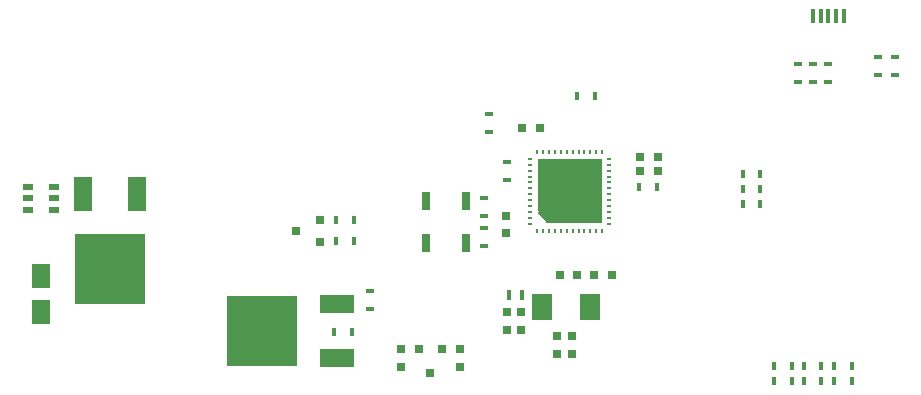
<source format=gbr>
G04 #@! TF.FileFunction,Paste,Top*
%FSLAX46Y46*%
G04 Gerber Fmt 4.6, Leading zero omitted, Abs format (unit mm)*
G04 Created by KiCad (PCBNEW 4.0.1-3.201512221402+6198~38~ubuntu15.04.1-stable) date Sun 03 Jan 2016 10:59:58 AM EST*
%MOMM*%
G01*
G04 APERTURE LIST*
%ADD10C,0.100000*%
%ADD11R,4.700000X1.100000*%
%ADD12R,0.200000X0.450000*%
%ADD13R,0.450000X0.200000*%
%ADD14R,5.500000X4.500000*%
%ADD15R,1.500200X2.099640*%
%ADD16R,0.650000X0.700000*%
%ADD17R,0.700000X0.650000*%
%ADD18R,0.298780X1.248740*%
%ADD19R,0.700100X0.700100*%
%ADD20R,2.948000X1.551000*%
%ADD21R,5.996000X5.996000*%
%ADD22R,1.551000X2.948000*%
%ADD23R,0.400000X0.800000*%
%ADD24R,0.800000X0.400000*%
%ADD25R,0.700100X1.601800*%
%ADD26R,0.960000X0.550000*%
%ADD27R,0.400000X0.900000*%
%ADD28R,1.799920X2.300300*%
G04 APERTURE END LIST*
D10*
G36*
X144550000Y-121200001D02*
X144550000Y-121199999D01*
X145450000Y-120300001D01*
X145450000Y-122099999D01*
X144550000Y-121200001D01*
X144550000Y-121200001D01*
G37*
D11*
X147700000Y-121600000D03*
D12*
X144550000Y-122750000D03*
D13*
X150650000Y-122150000D03*
D12*
X150050000Y-116050000D03*
D13*
X143950000Y-116650000D03*
D14*
X147300000Y-118900000D03*
D12*
X145050000Y-122750000D03*
X145550000Y-122750000D03*
X146050000Y-122750000D03*
X146550000Y-122750000D03*
X147050000Y-122750000D03*
X147550000Y-122750000D03*
X148050000Y-122750000D03*
X148550000Y-122750000D03*
X149050000Y-122750000D03*
X149550000Y-122750000D03*
X150050000Y-122750000D03*
D13*
X150650000Y-121650000D03*
X150650000Y-121150000D03*
X150650000Y-120650000D03*
X150650000Y-120150000D03*
X150650000Y-119650000D03*
X150650000Y-119150000D03*
X150650000Y-118650000D03*
X150650000Y-118150000D03*
X150650000Y-117650000D03*
X150650000Y-117150000D03*
X150650000Y-116650000D03*
D12*
X149550000Y-116050000D03*
X149050000Y-116050000D03*
X148550000Y-116050000D03*
X148050000Y-116050000D03*
X147550000Y-116050000D03*
X147050000Y-116050000D03*
X146550000Y-116050000D03*
X146050000Y-116050000D03*
X145550000Y-116050000D03*
X145050000Y-116050000D03*
X144550000Y-116050000D03*
D13*
X143950000Y-117150000D03*
X143950000Y-117650000D03*
X143950000Y-118150000D03*
X143950000Y-118650000D03*
X143950000Y-119150000D03*
X143950000Y-119650000D03*
X143950000Y-120150000D03*
X143950000Y-120650000D03*
X143950000Y-121150000D03*
X143950000Y-121650000D03*
X143950000Y-122150000D03*
D15*
X102500000Y-126598860D03*
X102500000Y-129601140D03*
D16*
X133000000Y-132750000D03*
X133000000Y-134250000D03*
X138000000Y-132750000D03*
X138000000Y-134250000D03*
D17*
X154750000Y-117700000D03*
X153250000Y-117700000D03*
X147950000Y-126500000D03*
X146450000Y-126500000D03*
D16*
X141900000Y-121450000D03*
X141900000Y-122950000D03*
D17*
X149350000Y-126500000D03*
X150850000Y-126500000D03*
X144750000Y-114000000D03*
X143250000Y-114000000D03*
D16*
X142000000Y-131150000D03*
X142000000Y-129650000D03*
X143200000Y-131150000D03*
X143200000Y-129650000D03*
X146200000Y-133150000D03*
X146200000Y-131650000D03*
X147500000Y-133150000D03*
X147500000Y-131650000D03*
D18*
X170500480Y-104600000D03*
X169850240Y-104600000D03*
X169200000Y-104600000D03*
X168549760Y-104600000D03*
X167899520Y-104600000D03*
D19*
X126150760Y-123700000D03*
X126150760Y-121800000D03*
X124151780Y-122750000D03*
D20*
X127600000Y-133486000D03*
D21*
X121250000Y-131200000D03*
D20*
X127600000Y-128914000D03*
D22*
X110686000Y-119600000D03*
D21*
X108400000Y-125950000D03*
D22*
X106114000Y-119600000D03*
D23*
X129000000Y-121850000D03*
X127500000Y-121850000D03*
X127500000Y-123650000D03*
X129000000Y-123650000D03*
X169700000Y-135450000D03*
X171200000Y-135450000D03*
X167100000Y-135450000D03*
X168600000Y-135450000D03*
X164600000Y-135450000D03*
X166100000Y-135450000D03*
X128850000Y-131300000D03*
X127350000Y-131300000D03*
X171200000Y-134150000D03*
X169700000Y-134150000D03*
X168600000Y-134150000D03*
X167100000Y-134150000D03*
X166100000Y-134150000D03*
X164600000Y-134150000D03*
D24*
X130400000Y-127850000D03*
X130400000Y-129350000D03*
X140500000Y-114350000D03*
X140500000Y-112850000D03*
D23*
X161950000Y-120500000D03*
X163450000Y-120500000D03*
X161950000Y-119200000D03*
X163450000Y-119200000D03*
X161950000Y-117900000D03*
X163450000Y-117900000D03*
X153150000Y-119000000D03*
X154650000Y-119000000D03*
D24*
X174800000Y-109550000D03*
X174800000Y-108050000D03*
X173400000Y-109550000D03*
X173400000Y-108050000D03*
X169200000Y-110150000D03*
X169200000Y-108650000D03*
X167900000Y-110150000D03*
X167900000Y-108650000D03*
X166600000Y-110150000D03*
X166600000Y-108650000D03*
X142000000Y-118450000D03*
X142000000Y-116950000D03*
D23*
X147950000Y-111300000D03*
X149450000Y-111300000D03*
D24*
X140000000Y-122500000D03*
X140000000Y-124000000D03*
X140000000Y-121500000D03*
X140000000Y-120000000D03*
D25*
X138500000Y-123750000D03*
X135096400Y-123750000D03*
X138500000Y-120200000D03*
X135096400Y-120200000D03*
D19*
X136450000Y-132749240D03*
X134550000Y-132749240D03*
X135500000Y-134748220D03*
D26*
X101400000Y-119050000D03*
X101400000Y-120000000D03*
X101400000Y-120950000D03*
X103600000Y-120950000D03*
X103600000Y-119050000D03*
X103600000Y-120000000D03*
D27*
X143250000Y-128200000D03*
X142150000Y-128200000D03*
D28*
X149049780Y-129200000D03*
X144950220Y-129200000D03*
D17*
X154750000Y-116500000D03*
X153250000Y-116500000D03*
M02*

</source>
